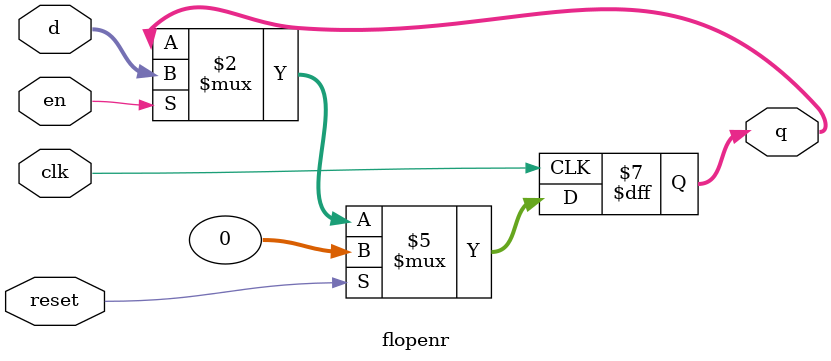
<source format=v>
module flopenr #(parameter WIDTH = 32)
                (input clk, reset, en,
                 input[WIDTH-1:0] d, 
                 output reg[WIDTH-1:0] q);
 
   always @(posedge clk)
      if (reset) q <= 0;
      else if (en) q <= d;
endmodule

</source>
